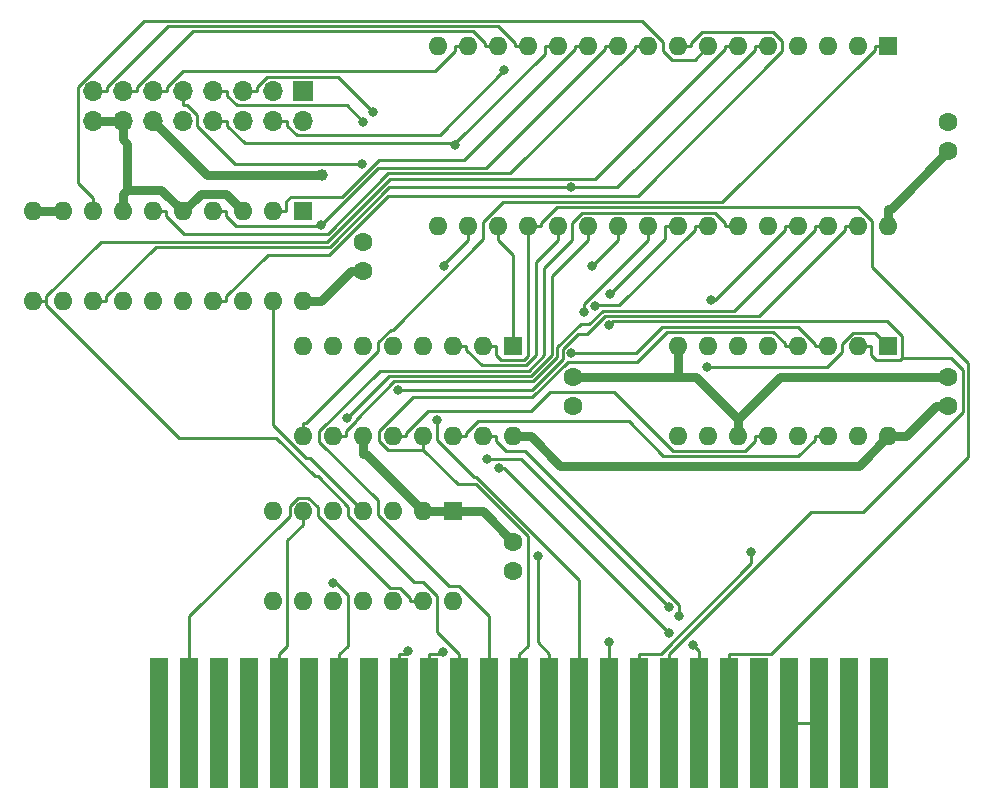
<source format=gtl>
G04 #@! TF.GenerationSoftware,KiCad,Pcbnew,(5.1.5)-3*
G04 #@! TF.CreationDate,2020-04-03T16:25:13+03:00*
G04 #@! TF.ProjectId,MSX USB Drive,4d535820-5553-4422-9044-726976652e6b,rev?*
G04 #@! TF.SameCoordinates,Original*
G04 #@! TF.FileFunction,Copper,L1,Top*
G04 #@! TF.FilePolarity,Positive*
%FSLAX46Y46*%
G04 Gerber Fmt 4.6, Leading zero omitted, Abs format (unit mm)*
G04 Created by KiCad (PCBNEW (5.1.5)-3) date 2020-04-03 16:25:13*
%MOMM*%
%LPD*%
G04 APERTURE LIST*
%ADD10C,1.600000*%
%ADD11R,1.500000X11.000000*%
%ADD12R,1.700000X1.700000*%
%ADD13O,1.700000X1.700000*%
%ADD14R,1.600000X1.600000*%
%ADD15O,1.600000X1.600000*%
%ADD16C,1.000000*%
%ADD17C,0.800000*%
%ADD18C,0.750000*%
%ADD19C,0.250000*%
G04 APERTURE END LIST*
D10*
X195580000Y-95250000D03*
X195580000Y-92750000D03*
X158750000Y-128310000D03*
X158750000Y-130810000D03*
X146050000Y-105410000D03*
X146050000Y-102910000D03*
X163830000Y-114340000D03*
X163830000Y-116840000D03*
X195580000Y-116840000D03*
X195580000Y-114340000D03*
D11*
X189750000Y-143637000D03*
X187210000Y-143637000D03*
X184670000Y-143637000D03*
X182130000Y-143637000D03*
X179590000Y-143637000D03*
X177050000Y-143637000D03*
X174510000Y-143637000D03*
X171970000Y-143637000D03*
X169430000Y-143637000D03*
X166890000Y-143637000D03*
X164350000Y-143637000D03*
X161810000Y-143637000D03*
X159270000Y-143637000D03*
X156730000Y-143637000D03*
X154190000Y-143637000D03*
X151650000Y-143637000D03*
X149110000Y-143637000D03*
X146570000Y-143637000D03*
X144030000Y-143637000D03*
X141490000Y-143637000D03*
X138950000Y-143637000D03*
X128790000Y-143637000D03*
X131330000Y-143637000D03*
X133870000Y-143637000D03*
X136410000Y-143637000D03*
D12*
X140970000Y-90170000D03*
D13*
X140970000Y-92710000D03*
X138430000Y-90170000D03*
X138430000Y-92710000D03*
X135890000Y-90170000D03*
X135890000Y-92710000D03*
X133350000Y-90170000D03*
X133350000Y-92710000D03*
X130810000Y-90170000D03*
X130810000Y-92710000D03*
X128270000Y-90170000D03*
X128270000Y-92710000D03*
X125730000Y-90170000D03*
X125730000Y-92710000D03*
X123190000Y-90170000D03*
X123190000Y-92710000D03*
D14*
X153670000Y-125730000D03*
D15*
X138430000Y-133350000D03*
X151130000Y-125730000D03*
X140970000Y-133350000D03*
X148590000Y-125730000D03*
X143510000Y-133350000D03*
X146050000Y-125730000D03*
X146050000Y-133350000D03*
X143510000Y-125730000D03*
X148590000Y-133350000D03*
X140970000Y-125730000D03*
X151130000Y-133350000D03*
X138430000Y-125730000D03*
X153670000Y-133350000D03*
D14*
X140970000Y-100330000D03*
D15*
X118110000Y-107950000D03*
X138430000Y-100330000D03*
X120650000Y-107950000D03*
X135890000Y-100330000D03*
X123190000Y-107950000D03*
X133350000Y-100330000D03*
X125730000Y-107950000D03*
X130810000Y-100330000D03*
X128270000Y-107950000D03*
X128270000Y-100330000D03*
X130810000Y-107950000D03*
X125730000Y-100330000D03*
X133350000Y-107950000D03*
X123190000Y-100330000D03*
X135890000Y-107950000D03*
X120650000Y-100330000D03*
X138430000Y-107950000D03*
X118110000Y-100330000D03*
X140970000Y-107950000D03*
D14*
X190500000Y-111760000D03*
D15*
X172720000Y-119380000D03*
X187960000Y-111760000D03*
X175260000Y-119380000D03*
X185420000Y-111760000D03*
X177800000Y-119380000D03*
X182880000Y-111760000D03*
X180340000Y-119380000D03*
X180340000Y-111760000D03*
X182880000Y-119380000D03*
X177800000Y-111760000D03*
X185420000Y-119380000D03*
X175260000Y-111760000D03*
X187960000Y-119380000D03*
X172720000Y-111760000D03*
X190500000Y-119380000D03*
X158750000Y-119380000D03*
X140970000Y-111760000D03*
X156210000Y-119380000D03*
X143510000Y-111760000D03*
X153670000Y-119380000D03*
X146050000Y-111760000D03*
X151130000Y-119380000D03*
X148590000Y-111760000D03*
X148590000Y-119380000D03*
X151130000Y-111760000D03*
X146050000Y-119380000D03*
X153670000Y-111760000D03*
X143510000Y-119380000D03*
X156210000Y-111760000D03*
X140970000Y-119380000D03*
D14*
X158750000Y-111760000D03*
X190500000Y-86360000D03*
D15*
X152400000Y-101600000D03*
X187960000Y-86360000D03*
X154940000Y-101600000D03*
X185420000Y-86360000D03*
X157480000Y-101600000D03*
X182880000Y-86360000D03*
X160020000Y-101600000D03*
X180340000Y-86360000D03*
X162560000Y-101600000D03*
X177800000Y-86360000D03*
X165100000Y-101600000D03*
X175260000Y-86360000D03*
X167640000Y-101600000D03*
X172720000Y-86360000D03*
X170180000Y-101600000D03*
X170180000Y-86360000D03*
X172720000Y-101600000D03*
X167640000Y-86360000D03*
X175260000Y-101600000D03*
X165100000Y-86360000D03*
X177800000Y-101600000D03*
X162560000Y-86360000D03*
X180340000Y-101600000D03*
X160020000Y-86360000D03*
X182880000Y-101600000D03*
X157480000Y-86360000D03*
X185420000Y-101600000D03*
X154940000Y-86360000D03*
X187960000Y-101600000D03*
X152400000Y-86360000D03*
X190500000Y-101600000D03*
D16*
X142535700Y-97294400D03*
D17*
X148974800Y-115462000D03*
X165675200Y-108351200D03*
X166947300Y-107288400D03*
X163685400Y-98284200D03*
X175143000Y-113539400D03*
X145985200Y-96310500D03*
X163671300Y-112301100D03*
X171966300Y-136029400D03*
X157524700Y-122038600D03*
X146877400Y-91937300D03*
X171962300Y-133867200D03*
X156551600Y-121313300D03*
X146080300Y-92740300D03*
X173985000Y-137055300D03*
X172809800Y-134609700D03*
X152908700Y-104949100D03*
X166865200Y-109945300D03*
X178907100Y-129156400D03*
X166890000Y-136754400D03*
X152319600Y-118025800D03*
X142510100Y-101484800D03*
X160832300Y-129505900D03*
X153839100Y-94687200D03*
X152815500Y-137612400D03*
X165389900Y-104975400D03*
X149860100Y-137527800D03*
X158013700Y-88400700D03*
X144688400Y-117809500D03*
X143510000Y-131802400D03*
X164717100Y-108821100D03*
X175491300Y-107808200D03*
D18*
X190500000Y-101600000D02*
X190500000Y-100124700D01*
X190500000Y-100124700D02*
X190705300Y-100124700D01*
X190705300Y-100124700D02*
X195580000Y-95250000D01*
X128270000Y-92710000D02*
X132854400Y-97294400D01*
X132854400Y-97294400D02*
X142535700Y-97294400D01*
X158750000Y-119380000D02*
X160225300Y-119380000D01*
X160225300Y-119380000D02*
X162717600Y-121872300D01*
X162717600Y-121872300D02*
X188007700Y-121872300D01*
X188007700Y-121872300D02*
X190500000Y-119380000D01*
X190500000Y-119380000D02*
X191975300Y-119380000D01*
X195580000Y-116840000D02*
X194515300Y-116840000D01*
X194515300Y-116840000D02*
X191975300Y-119380000D01*
X140970000Y-107950000D02*
X142445300Y-107950000D01*
X146050000Y-105410000D02*
X144985300Y-105410000D01*
X144985300Y-105410000D02*
X142445300Y-107950000D01*
X135890000Y-100330000D02*
X134414600Y-98854600D01*
X134414600Y-98854600D02*
X132285400Y-98854600D01*
X132285400Y-98854600D02*
X130810000Y-100330000D01*
X126098900Y-98485800D02*
X128965800Y-98485800D01*
X128965800Y-98485800D02*
X130810000Y-100330000D01*
X146050000Y-119380000D02*
X146050000Y-120855300D01*
X146050000Y-120855300D02*
X146255300Y-120855300D01*
X146255300Y-120855300D02*
X151130000Y-125730000D01*
X195580000Y-114340000D02*
X181364700Y-114340000D01*
X181364700Y-114340000D02*
X177800000Y-117904700D01*
X172720000Y-114340000D02*
X174235300Y-114340000D01*
X174235300Y-114340000D02*
X177800000Y-117904700D01*
X177800000Y-119380000D02*
X177800000Y-117904700D01*
X163830000Y-114340000D02*
X172720000Y-114340000D01*
X172720000Y-114340000D02*
X172720000Y-113235300D01*
X172720000Y-111760000D02*
X172720000Y-113235300D01*
X125730000Y-92710000D02*
X125730000Y-94235300D01*
X126098900Y-98485800D02*
X126098900Y-94604200D01*
X126098900Y-94604200D02*
X125730000Y-94235300D01*
X125730000Y-98854700D02*
X126098900Y-98485800D01*
X125730000Y-92710000D02*
X124715300Y-92710000D01*
X123190000Y-92710000D02*
X124715300Y-92710000D01*
X125730000Y-100330000D02*
X125730000Y-98854700D01*
X151130000Y-125730000D02*
X152194700Y-125730000D01*
X153670000Y-125730000D02*
X152194700Y-125730000D01*
X153670000Y-125730000D02*
X156170000Y-125730000D01*
X156170000Y-125730000D02*
X158750000Y-128310000D01*
X118110000Y-100330000D02*
X120650000Y-100330000D01*
D19*
X148974800Y-115462000D02*
X160337600Y-115462000D01*
X160337600Y-115462000D02*
X162946000Y-112853600D01*
X162946000Y-112853600D02*
X162946000Y-112000700D01*
X162946000Y-112000700D02*
X164232700Y-110714000D01*
X164232700Y-110714000D02*
X164975200Y-110714000D01*
X164975200Y-110714000D02*
X166505800Y-109183400D01*
X166505800Y-109183400D02*
X179532600Y-109183400D01*
X179532600Y-109183400D02*
X186834700Y-101881300D01*
X186834700Y-101881300D02*
X186834700Y-101600000D01*
X187960000Y-101600000D02*
X186834700Y-101600000D01*
X174134700Y-101600000D02*
X174134700Y-101881300D01*
X174134700Y-101881300D02*
X167736700Y-108279300D01*
X167736700Y-108279300D02*
X165747100Y-108279300D01*
X165747100Y-108279300D02*
X165675200Y-108351200D01*
X175260000Y-101600000D02*
X174134700Y-101600000D01*
X172720000Y-101600000D02*
X171594700Y-101600000D01*
X171594700Y-101600000D02*
X171594700Y-102641000D01*
X171594700Y-102641000D02*
X166947300Y-107288400D01*
X124315300Y-107950000D02*
X124315300Y-107528000D01*
X124315300Y-107528000D02*
X128507300Y-103336000D01*
X128507300Y-103336000D02*
X143208600Y-103336000D01*
X143208600Y-103336000D02*
X148260400Y-98284200D01*
X148260400Y-98284200D02*
X163685400Y-98284200D01*
X163685400Y-98284200D02*
X167571800Y-98284200D01*
X167571800Y-98284200D02*
X179214700Y-86641300D01*
X179214700Y-86641300D02*
X179214700Y-86360000D01*
X123190000Y-107950000D02*
X124315300Y-107950000D01*
X180340000Y-86360000D02*
X179214700Y-86360000D01*
X163974700Y-86360000D02*
X163974700Y-86575500D01*
X163974700Y-86575500D02*
X154561100Y-95989100D01*
X154561100Y-95989100D02*
X147368900Y-95989100D01*
X147368900Y-95989100D02*
X144253400Y-99104600D01*
X144253400Y-99104600D02*
X139936700Y-99104600D01*
X139936700Y-99104600D02*
X139555300Y-99486000D01*
X139555300Y-99486000D02*
X139555300Y-100330000D01*
X138430000Y-100330000D02*
X139555300Y-100330000D01*
X165100000Y-86360000D02*
X163974700Y-86360000D01*
X169054700Y-86360000D02*
X169054700Y-86576300D01*
X169054700Y-86576300D02*
X158516100Y-97114900D01*
X158516100Y-97114900D02*
X148153800Y-97114900D01*
X148153800Y-97114900D02*
X143053500Y-102215200D01*
X143053500Y-102215200D02*
X130858500Y-102215200D01*
X130858500Y-102215200D02*
X129395300Y-100752000D01*
X129395300Y-100752000D02*
X129395300Y-100330000D01*
X128270000Y-100330000D02*
X129395300Y-100330000D01*
X170180000Y-86360000D02*
X169054700Y-86360000D01*
X123190000Y-100330000D02*
X123190000Y-99204700D01*
X175260000Y-86360000D02*
X174120300Y-87499700D01*
X174120300Y-87499700D02*
X172235300Y-87499700D01*
X172235300Y-87499700D02*
X171450000Y-86714400D01*
X171450000Y-86714400D02*
X171450000Y-85974400D01*
X171450000Y-85974400D02*
X169675900Y-84200300D01*
X169675900Y-84200300D02*
X127471000Y-84200300D01*
X127471000Y-84200300D02*
X121875400Y-89795900D01*
X121875400Y-89795900D02*
X121875400Y-97890100D01*
X121875400Y-97890100D02*
X123190000Y-99204700D01*
X125730000Y-90170000D02*
X126905300Y-90170000D01*
X157480000Y-86360000D02*
X156354700Y-86360000D01*
X156354700Y-86360000D02*
X156354700Y-86078700D01*
X156354700Y-86078700D02*
X155377100Y-85101100D01*
X155377100Y-85101100D02*
X131606900Y-85101100D01*
X131606900Y-85101100D02*
X126905300Y-89802700D01*
X126905300Y-89802700D02*
X126905300Y-90170000D01*
X190500000Y-111760000D02*
X189374600Y-110634600D01*
X189374600Y-110634600D02*
X187487900Y-110634600D01*
X187487900Y-110634600D02*
X186588100Y-111534400D01*
X186588100Y-111534400D02*
X186588100Y-112248200D01*
X186588100Y-112248200D02*
X185296900Y-113539400D01*
X185296900Y-113539400D02*
X175143000Y-113539400D01*
X130810000Y-91345300D02*
X131177400Y-91345300D01*
X131177400Y-91345300D02*
X131985300Y-92153200D01*
X131985300Y-92153200D02*
X131985300Y-93079500D01*
X131985300Y-93079500D02*
X135216300Y-96310500D01*
X135216300Y-96310500D02*
X145985200Y-96310500D01*
X130810000Y-90170000D02*
X130810000Y-91345300D01*
X184294700Y-111760000D02*
X184294700Y-111546400D01*
X184294700Y-111546400D02*
X182832300Y-110084000D01*
X182832300Y-110084000D02*
X171382700Y-110084000D01*
X171382700Y-110084000D02*
X169165600Y-112301100D01*
X169165600Y-112301100D02*
X163671300Y-112301100D01*
X185420000Y-111760000D02*
X184294700Y-111760000D01*
X171966300Y-136029400D02*
X157975500Y-122038600D01*
X157975500Y-122038600D02*
X157524700Y-122038600D01*
X146877400Y-91937300D02*
X143914000Y-88973900D01*
X143914000Y-88973900D02*
X137896100Y-88973900D01*
X137896100Y-88973900D02*
X137065300Y-89804700D01*
X137065300Y-89804700D02*
X137065300Y-90170000D01*
X135890000Y-90170000D02*
X137065300Y-90170000D01*
X157480000Y-102725300D02*
X158750000Y-103995300D01*
X158750000Y-103995300D02*
X158750000Y-110634700D01*
X158750000Y-111760000D02*
X158750000Y-110634700D01*
X157480000Y-101600000D02*
X157480000Y-102725300D01*
X156551600Y-121313300D02*
X159408400Y-121313300D01*
X159408400Y-121313300D02*
X171962300Y-133867200D01*
X162560000Y-102725300D02*
X160694500Y-104590800D01*
X160694500Y-104590800D02*
X160694500Y-112517600D01*
X160694500Y-112517600D02*
X159855600Y-113356500D01*
X159855600Y-113356500D02*
X156110500Y-113356500D01*
X156110500Y-113356500D02*
X154795300Y-112041300D01*
X154795300Y-112041300D02*
X154795300Y-111760000D01*
X162560000Y-101600000D02*
X162560000Y-102725300D01*
X153670000Y-111760000D02*
X154795300Y-111760000D01*
X182130000Y-143637000D02*
X184670000Y-143637000D01*
X177050000Y-137811700D02*
X180586200Y-137811700D01*
X180586200Y-137811700D02*
X197283300Y-121114600D01*
X197283300Y-121114600D02*
X197283300Y-113137000D01*
X197283300Y-113137000D02*
X189159300Y-105013000D01*
X189159300Y-105013000D02*
X189159300Y-101172800D01*
X189159300Y-101172800D02*
X187986700Y-100000200D01*
X187986700Y-100000200D02*
X162463800Y-100000200D01*
X162463800Y-100000200D02*
X161145300Y-101318700D01*
X161145300Y-101318700D02*
X161145300Y-101600000D01*
X160020000Y-101600000D02*
X160020000Y-102725300D01*
X160020000Y-102725300D02*
X160020000Y-112553600D01*
X160020000Y-112553600D02*
X159688300Y-112885300D01*
X159688300Y-112885300D02*
X157757200Y-112885300D01*
X157757200Y-112885300D02*
X157335300Y-112463400D01*
X157335300Y-112463400D02*
X157335300Y-111760000D01*
X160020000Y-101600000D02*
X160136600Y-101600000D01*
X156210000Y-111760000D02*
X157335300Y-111760000D01*
X160136600Y-101600000D02*
X161145300Y-101600000D01*
X177050000Y-143637000D02*
X177050000Y-137811700D01*
X134525300Y-90170000D02*
X134525300Y-90537400D01*
X134525300Y-90537400D02*
X135333200Y-91345300D01*
X135333200Y-91345300D02*
X144685300Y-91345300D01*
X144685300Y-91345300D02*
X146080300Y-92740300D01*
X133350000Y-90170000D02*
X134525300Y-90170000D01*
X157335300Y-119380000D02*
X157335300Y-119802000D01*
X157335300Y-119802000D02*
X158138700Y-120605400D01*
X158138700Y-120605400D02*
X159729300Y-120605400D01*
X159729300Y-120605400D02*
X172809800Y-133685900D01*
X172809800Y-133685900D02*
X172809800Y-134609700D01*
X173985000Y-137055300D02*
X174510000Y-137580300D01*
X174510000Y-137580300D02*
X174510000Y-143637000D01*
X156210000Y-119380000D02*
X157335300Y-119380000D01*
X154940000Y-102725300D02*
X152908700Y-104756600D01*
X152908700Y-104756600D02*
X152908700Y-104949100D01*
X154940000Y-101600000D02*
X154940000Y-102725300D01*
X191649600Y-112763500D02*
X191649600Y-110849500D01*
X191649600Y-110849500D02*
X190433800Y-109633700D01*
X190433800Y-109633700D02*
X167176800Y-109633700D01*
X167176800Y-109633700D02*
X166865200Y-109945300D01*
X189085300Y-111760000D02*
X189085300Y-112463400D01*
X189085300Y-112463400D02*
X189507200Y-112885300D01*
X189507200Y-112885300D02*
X191527800Y-112885300D01*
X191527800Y-112885300D02*
X191649600Y-112763500D01*
X191649600Y-112763500D02*
X195794300Y-112763500D01*
X195794300Y-112763500D02*
X196833000Y-113802200D01*
X196833000Y-113802200D02*
X196833000Y-117320800D01*
X196833000Y-117320800D02*
X188356900Y-125796900D01*
X188356900Y-125796900D02*
X183984800Y-125796900D01*
X183984800Y-125796900D02*
X171970000Y-137811700D01*
X171970000Y-143637000D02*
X171970000Y-137811700D01*
X128270000Y-90170000D02*
X129445300Y-90170000D01*
X154940000Y-86360000D02*
X153814700Y-86360000D01*
X153814700Y-86360000D02*
X153814700Y-86782000D01*
X153814700Y-86782000D02*
X152125300Y-88471400D01*
X152125300Y-88471400D02*
X130776600Y-88471400D01*
X130776600Y-88471400D02*
X129445300Y-89802700D01*
X129445300Y-89802700D02*
X129445300Y-90170000D01*
X187960000Y-111760000D02*
X189085300Y-111760000D01*
X169430000Y-137811700D02*
X171231800Y-137811700D01*
X171231800Y-137811700D02*
X178907100Y-130136400D01*
X178907100Y-130136400D02*
X178907100Y-129156400D01*
X124365300Y-90170000D02*
X124365300Y-89802700D01*
X124365300Y-89802700D02*
X129517300Y-84650700D01*
X129517300Y-84650700D02*
X157466700Y-84650700D01*
X157466700Y-84650700D02*
X158894700Y-86078700D01*
X158894700Y-86078700D02*
X158894700Y-86360000D01*
X123190000Y-90170000D02*
X124365300Y-90170000D01*
X160020000Y-86360000D02*
X158894700Y-86360000D01*
X169430000Y-143637000D02*
X169430000Y-137811700D01*
X134475300Y-107950000D02*
X134475300Y-107528000D01*
X134475300Y-107528000D02*
X137992000Y-104011300D01*
X137992000Y-104011300D02*
X143170200Y-104011300D01*
X143170200Y-104011300D02*
X148172000Y-99009500D01*
X148172000Y-99009500D02*
X169302600Y-99009500D01*
X169302600Y-99009500D02*
X181521400Y-86790700D01*
X181521400Y-86790700D02*
X181521400Y-85939200D01*
X181521400Y-85939200D02*
X180767800Y-85185600D01*
X180767800Y-85185600D02*
X174738400Y-85185600D01*
X174738400Y-85185600D02*
X173845300Y-86078700D01*
X173845300Y-86078700D02*
X173845300Y-86360000D01*
X166890000Y-136754400D02*
X166890000Y-143637000D01*
X133350000Y-107950000D02*
X134475300Y-107950000D01*
X172720000Y-86360000D02*
X173845300Y-86360000D01*
X166514700Y-86360000D02*
X166514700Y-86594000D01*
X166514700Y-86594000D02*
X156444100Y-96664600D01*
X156444100Y-96664600D02*
X147330300Y-96664600D01*
X147330300Y-96664600D02*
X142510100Y-101484800D01*
X164350000Y-137811700D02*
X164350000Y-131535300D01*
X164350000Y-131535300D02*
X155632600Y-122817900D01*
X155632600Y-122817900D02*
X155471300Y-122817900D01*
X155471300Y-122817900D02*
X152319700Y-119666300D01*
X152319700Y-119666300D02*
X152319700Y-118025800D01*
X152319700Y-118025800D02*
X152319600Y-118025800D01*
X164350000Y-143637000D02*
X164350000Y-137811700D01*
X134475300Y-100330000D02*
X134475300Y-100752000D01*
X134475300Y-100752000D02*
X135303500Y-101580200D01*
X135303500Y-101580200D02*
X142414700Y-101580200D01*
X142414700Y-101580200D02*
X142510100Y-101484800D01*
X167640000Y-86360000D02*
X166514700Y-86360000D01*
X133350000Y-100330000D02*
X134475300Y-100330000D01*
X153839100Y-94566300D02*
X136014300Y-94566300D01*
X136014300Y-94566300D02*
X134525300Y-93077300D01*
X134525300Y-93077300D02*
X134525300Y-92710000D01*
X153839100Y-94566300D02*
X153839100Y-94687200D01*
X161434700Y-86360000D02*
X161434700Y-86970700D01*
X161434700Y-86970700D02*
X153839100Y-94566300D01*
X161810000Y-143637000D02*
X161810000Y-137811700D01*
X160832300Y-129505900D02*
X160832300Y-136834000D01*
X160832300Y-136834000D02*
X161810000Y-137811700D01*
X133350000Y-92710000D02*
X134525300Y-92710000D01*
X162560000Y-86360000D02*
X161434700Y-86360000D01*
X151130000Y-120505300D02*
X148123700Y-120505300D01*
X148123700Y-120505300D02*
X147390700Y-119772300D01*
X147390700Y-119772300D02*
X147390700Y-118918600D01*
X147390700Y-118918600D02*
X150247200Y-116062100D01*
X150247200Y-116062100D02*
X160374400Y-116062100D01*
X160374400Y-116062100D02*
X163368000Y-113068500D01*
X163368000Y-113068500D02*
X169260000Y-113068500D01*
X169260000Y-113068500D02*
X171794200Y-110534300D01*
X171794200Y-110534300D02*
X180772000Y-110534300D01*
X180772000Y-110534300D02*
X181754700Y-111517000D01*
X181754700Y-111517000D02*
X181754700Y-111760000D01*
X151130000Y-120505300D02*
X154052200Y-123427500D01*
X154052200Y-123427500D02*
X155603400Y-123427500D01*
X155603400Y-123427500D02*
X159983000Y-127807100D01*
X159983000Y-127807100D02*
X159983000Y-137098700D01*
X159983000Y-137098700D02*
X159270000Y-137811700D01*
X182880000Y-111760000D02*
X181754700Y-111760000D01*
X151130000Y-119380000D02*
X151130000Y-120505300D01*
X159270000Y-143637000D02*
X159270000Y-137811700D01*
X176674700Y-101600000D02*
X176674700Y-101318700D01*
X176674700Y-101318700D02*
X175806600Y-100450600D01*
X175806600Y-100450600D02*
X164617200Y-100450600D01*
X164617200Y-100450600D02*
X163756100Y-101311700D01*
X163756100Y-101311700D02*
X163756100Y-102725400D01*
X163756100Y-102725400D02*
X161369900Y-105111600D01*
X161369900Y-105111600D02*
X161369900Y-112519000D01*
X161369900Y-112519000D02*
X160078600Y-113810300D01*
X160078600Y-113810300D02*
X147483400Y-113810300D01*
X147483400Y-113810300D02*
X142337400Y-118956300D01*
X142337400Y-118956300D02*
X142337400Y-119831100D01*
X142337400Y-119831100D02*
X147320000Y-124813700D01*
X147320000Y-124813700D02*
X147320000Y-126061300D01*
X147320000Y-126061300D02*
X153294100Y-132035400D01*
X153294100Y-132035400D02*
X154144500Y-132035400D01*
X154144500Y-132035400D02*
X156730000Y-134620900D01*
X156730000Y-134620900D02*
X156730000Y-143637000D01*
X177800000Y-101600000D02*
X176674700Y-101600000D01*
X154190000Y-137811700D02*
X152329300Y-135951000D01*
X152329300Y-135951000D02*
X152329300Y-132931900D01*
X152329300Y-132931900D02*
X151079000Y-131681600D01*
X151079000Y-131681600D02*
X150366400Y-131681600D01*
X150366400Y-131681600D02*
X144780000Y-126095200D01*
X144780000Y-126095200D02*
X144780000Y-125335000D01*
X144780000Y-125335000D02*
X142224000Y-122779000D01*
X142224000Y-122779000D02*
X141985900Y-122779000D01*
X141985900Y-122779000D02*
X138715200Y-119508300D01*
X138715200Y-119508300D02*
X130447300Y-119508300D01*
X130447300Y-119508300D02*
X119235100Y-108296100D01*
X119235100Y-108296100D02*
X119235100Y-107950000D01*
X176674700Y-86360000D02*
X176674700Y-86581500D01*
X176674700Y-86581500D02*
X165697300Y-97558900D01*
X165697300Y-97558900D02*
X163055100Y-97558900D01*
X163055100Y-97558900D02*
X163048800Y-97565200D01*
X163048800Y-97565200D02*
X148341500Y-97565200D01*
X148341500Y-97565200D02*
X143021100Y-102885600D01*
X143021100Y-102885600D02*
X123877700Y-102885600D01*
X123877700Y-102885600D02*
X119235100Y-107528200D01*
X119235100Y-107528200D02*
X119235100Y-107950000D01*
X154190000Y-143637000D02*
X154190000Y-137811700D01*
X118110000Y-107950000D02*
X119235100Y-107950000D01*
X177800000Y-86360000D02*
X176674700Y-86360000D01*
X167640000Y-102725300D02*
X165389900Y-104975400D01*
X152815500Y-137612400D02*
X152616200Y-137811700D01*
X152616200Y-137811700D02*
X151650000Y-137811700D01*
X167640000Y-101600000D02*
X167640000Y-102725300D01*
X151650000Y-143637000D02*
X151650000Y-137811700D01*
X149110000Y-143637000D02*
X149110000Y-137811700D01*
X149110000Y-137811700D02*
X149576200Y-137811700D01*
X149576200Y-137811700D02*
X149860100Y-137527800D01*
X154795300Y-119380000D02*
X154795300Y-119098700D01*
X154795300Y-119098700D02*
X155777700Y-118116300D01*
X155777700Y-118116300D02*
X168533500Y-118116300D01*
X168533500Y-118116300D02*
X171478200Y-121061000D01*
X171478200Y-121061000D02*
X182895000Y-121061000D01*
X182895000Y-121061000D02*
X184294700Y-119661300D01*
X184294700Y-119661300D02*
X184294700Y-119380000D01*
X185420000Y-119380000D02*
X184294700Y-119380000D01*
X153670000Y-119380000D02*
X154795300Y-119380000D01*
X139605300Y-92710000D02*
X139605300Y-93077400D01*
X139605300Y-93077400D02*
X140421400Y-93893500D01*
X140421400Y-93893500D02*
X152520900Y-93893500D01*
X152520900Y-93893500D02*
X158013700Y-88400700D01*
X165100000Y-102725300D02*
X162045400Y-105779900D01*
X162045400Y-105779900D02*
X162045400Y-112480400D01*
X162045400Y-112480400D02*
X160264900Y-114260900D01*
X160264900Y-114260900D02*
X148237000Y-114260900D01*
X148237000Y-114260900D02*
X144688400Y-117809500D01*
X138430000Y-92710000D02*
X139605300Y-92710000D01*
X165100000Y-101600000D02*
X165100000Y-102725300D01*
X144030000Y-137811700D02*
X144749200Y-137092500D01*
X144749200Y-137092500D02*
X144749200Y-132805000D01*
X144749200Y-132805000D02*
X143746600Y-131802400D01*
X143746600Y-131802400D02*
X143510000Y-131802400D01*
X144030000Y-143637000D02*
X144030000Y-137811700D01*
X138950000Y-137811700D02*
X139629300Y-137132400D01*
X139629300Y-137132400D02*
X139629300Y-128196000D01*
X139629300Y-128196000D02*
X140970000Y-126855300D01*
X138950000Y-143637000D02*
X138950000Y-137811700D01*
X140970000Y-125730000D02*
X140970000Y-126855300D01*
X170180000Y-102725300D02*
X164717100Y-108188200D01*
X164717100Y-108188200D02*
X164717100Y-108821100D01*
X170180000Y-101600000D02*
X170180000Y-102725300D01*
X151130000Y-133350000D02*
X150004700Y-133350000D01*
X150004700Y-133350000D02*
X150004700Y-133068600D01*
X150004700Y-133068600D02*
X149160800Y-132224700D01*
X149160800Y-132224700D02*
X148359600Y-132224700D01*
X148359600Y-132224700D02*
X142240000Y-126105100D01*
X142240000Y-126105100D02*
X142240000Y-125399700D01*
X142240000Y-125399700D02*
X141401700Y-124561400D01*
X141401700Y-124561400D02*
X140500900Y-124561400D01*
X140500900Y-124561400D02*
X139825100Y-125237200D01*
X139825100Y-125237200D02*
X139825100Y-126139500D01*
X139825100Y-126139500D02*
X131330000Y-134634600D01*
X131330000Y-134634600D02*
X131330000Y-143637000D01*
X138430000Y-107950000D02*
X138430000Y-118438200D01*
X138430000Y-118438200D02*
X141249400Y-121257600D01*
X141249400Y-121257600D02*
X141577600Y-121257600D01*
X141577600Y-121257600D02*
X146050000Y-125730000D01*
X149715300Y-119380000D02*
X149715300Y-119098700D01*
X149715300Y-119098700D02*
X151568500Y-117245500D01*
X151568500Y-117245500D02*
X160232400Y-117245500D01*
X160232400Y-117245500D02*
X161887900Y-115590000D01*
X161887900Y-115590000D02*
X167281000Y-115590000D01*
X167281000Y-115590000D02*
X172301600Y-120610600D01*
X172301600Y-120610600D02*
X178406100Y-120610600D01*
X178406100Y-120610600D02*
X179214700Y-119802000D01*
X179214700Y-119802000D02*
X179214700Y-119380000D01*
X180340000Y-119380000D02*
X179214700Y-119380000D01*
X148590000Y-119380000D02*
X149715300Y-119380000D01*
X182880000Y-101600000D02*
X181754700Y-101600000D01*
X181754700Y-101600000D02*
X181754700Y-101881300D01*
X181754700Y-101881300D02*
X175827800Y-107808200D01*
X175827800Y-107808200D02*
X175491300Y-107808200D01*
X144635300Y-119380000D02*
X144635300Y-118888400D01*
X144635300Y-118888400D02*
X145413700Y-118110000D01*
X145413700Y-118110000D02*
X145413700Y-117997200D01*
X145413700Y-117997200D02*
X148699600Y-114711300D01*
X148699600Y-114711300D02*
X160451400Y-114711300D01*
X160451400Y-114711300D02*
X162495700Y-112667000D01*
X162495700Y-112667000D02*
X162495700Y-111814100D01*
X162495700Y-111814100D02*
X164470900Y-109838900D01*
X164470900Y-109838900D02*
X165213400Y-109838900D01*
X165213400Y-109838900D02*
X166319200Y-108733100D01*
X166319200Y-108733100D02*
X177442900Y-108733100D01*
X177442900Y-108733100D02*
X184294700Y-101881300D01*
X184294700Y-101881300D02*
X184294700Y-101600000D01*
X143510000Y-119380000D02*
X144635300Y-119380000D01*
X185420000Y-101600000D02*
X184294700Y-101600000D01*
X189374700Y-86360000D02*
X189374700Y-86641300D01*
X189374700Y-86641300D02*
X176466100Y-99549900D01*
X176466100Y-99549900D02*
X157896300Y-99549900D01*
X157896300Y-99549900D02*
X156215900Y-101230300D01*
X156215900Y-101230300D02*
X156215900Y-102675100D01*
X156215900Y-102675100D02*
X148550200Y-110340800D01*
X148550200Y-110340800D02*
X148396300Y-110340800D01*
X148396300Y-110340800D02*
X147320000Y-111417100D01*
X147320000Y-111417100D02*
X147320000Y-112186000D01*
X147320000Y-112186000D02*
X141251300Y-118254700D01*
X141251300Y-118254700D02*
X140970000Y-118254700D01*
X140970000Y-119380000D02*
X140970000Y-118254700D01*
X190500000Y-86360000D02*
X189374700Y-86360000D01*
M02*

</source>
